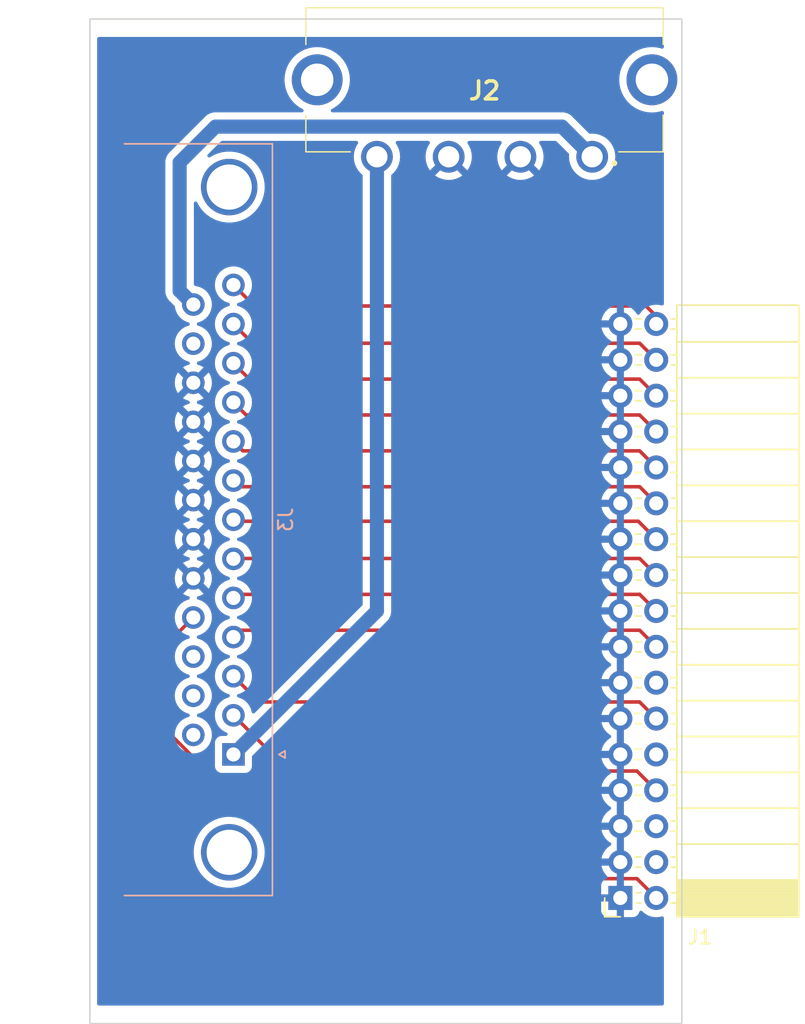
<source format=kicad_pcb>
(kicad_pcb (version 20211014) (generator pcbnew)
  (layers (0 "F.Cu" signal) (31 "B.Cu" signal) (34 "B.Paste" user) (35 "F.Paste" user) (36 "B.SilkS" user "B.Silkscreen") (37 "F.SilkS" user "F.Silkscreen") (38 "B.Mask" user) (39 "F.Mask" user) (44 "Edge.Cuts" user))
  (net 0 "")
  (net 1 "GND")
  (net 2 "/Density Select")
  (net 5 "/Index")
  (net 6 "/Motor 0")
  (net 7 "/Drive Select 1")
  (net 8 "/Drive Select 0")
  (net 9 "/Motor 1")
  (net 10 "/Direction")
  (net 11 "/Step")
  (net 12 "/Write Data")
  (net 13 "/Write Gate")
  (net 14 "/Track 0")
  (net 15 "/Write Protect")
  (net 16 "/Read Data")
  (net 17 "/Head Select")
  (net 18 "/Disk Change")
  (net 19 "+12V")
  (net 20 "+5V")
  (footprint "Connector_PinSocket_2.54mm:PinSocket_2x17_P2.54mm_Horizontal" (layer "F.Cu") (at 159.475 118.11 180)
    (fp_text reference "J1" (at -5.65 -2.77) (layer "F.SilkS"))
    (fp_text value "Floppy_Header")
    (fp_line (start -1.49 19.96) (end -1.05 19.96) (layer "F.SilkS") (width 0.12))
    (fp_line (start 1.11 -1.33) (end 1.11 0) (layer "F.SilkS") (width 0.12))
    (fp_line (start -12.63 -0.619525) (end -4 -0.619525) (layer "F.SilkS") (width 0.12))
    (fp_line (start -4 33.38) (end -3.59 33.38) (layer "F.SilkS") (width 0.12))
    (fp_line (start -12.63 0.797615) (end -4 0.797615) (layer "F.SilkS") (width 0.12))
    (fp_line (start -12.63 0.67952) (end -4 0.67952) (layer "F.SilkS") (width 0.12))
    (fp_line (start -4 35.92) (end -3.59 35.92) (layer "F.SilkS") (width 0.12))
    (fp_line (start -12.63 -1.091905) (end -4 -1.091905) (layer "F.SilkS") (width 0.12))
    (fp_line (start -4 20.68) (end -3.59 20.68) (layer "F.SilkS") (width 0.12))
    (fp_line (start -4 0.36) (end -3.59 0.36) (layer "F.SilkS") (width 0.12))
    (fp_line (start -12.63 19.05) (end -4 19.05) (layer "F.SilkS") (width 0.12))
    (fp_line (start -12.63 16.51) (end -4 16.51) (layer "F.SilkS") (width 0.12))
    (fp_line (start -12.63 -0.147145) (end -4 -0.147145) (layer "F.SilkS") (width 0.12))
    (fp_line (start -1.49 2.9) (end -1.05 2.9) (layer "F.SilkS") (width 0.12))
    (fp_line (start -4 30.84) (end -3.59 30.84) (layer "F.SilkS") (width 0.12))
    (fp_line (start -12.63 0.089045) (end -4 0.089045) (layer "F.SilkS") (width 0.12))
    (fp_line (start -1.49 20.68) (end -1.05 20.68) (layer "F.SilkS") (width 0.12))
    (fp_line (start -12.63 41.97) (end -4 41.97) (layer "F.SilkS") (width 0.12))
    (fp_line (start -4 40.28) (end -3.59 40.28) (layer "F.SilkS") (width 0.12))
    (fp_line (start -4 7.26) (end -3.59 7.26) (layer "F.SilkS") (width 0.12))
    (fp_line (start -4 41) (end -3.59 41) (layer "F.SilkS") (width 0.12))
    (fp_line (start -12.63 -0.97381) (end -4 -0.97381) (layer "F.SilkS") (width 0.12))
    (fp_line (start -12.63 8.89) (end -4 8.89) (layer "F.SilkS") (width 0.12))
    (fp_line (start -4 12.34) (end -3.59 12.34) (layer "F.SilkS") (width 0.12))
    (fp_line (start -4 17.42) (end -3.59 17.42) (layer "F.SilkS") (width 0.12))
    (fp_line (start -4 18.14) (end -3.59 18.14) (layer "F.SilkS") (width 0.12))
    (fp_line (start -1.49 9.8) (end -1.05 9.8) (layer "F.SilkS") (width 0.12))
    (fp_line (start -1.49 28.3) (end -1.05 28.3) (layer "F.SilkS") (width 0.12))
    (fp_line (start -4 28.3) (end -3.59 28.3) (layer "F.SilkS") (width 0.12))
    (fp_line (start -12.63 31.75) (end -4 31.75) (layer "F.SilkS") (width 0.12))
    (fp_line (start -12.63 11.43) (end -4 11.43) (layer "F.SilkS") (width 0.12))
    (fp_line (start -4 38.46) (end -3.59 38.46) (layer "F.SilkS") (width 0.12))
    (fp_line (start -1.49 30.12) (end -1.05 30.12) (layer "F.SilkS") (width 0.12))
    (fp_line (start -1.49 27.58) (end -1.05 27.58) (layer "F.SilkS") (width 0.12))
    (fp_line (start -12.63 -1.21) (end -4 -1.21) (layer "F.SilkS") (width 0.12))
    (fp_line (start -1.49 13.06) (end -1.05 13.06) (layer "F.SilkS") (width 0.12))
    (fp_line (start -12.63 24.13) (end -4 24.13) (layer "F.SilkS") (width 0.12))
    (fp_line (start -1.49 2.18) (end -1.05 2.18) (layer "F.SilkS") (width 0.12))
    (fp_line (start -1.49 41) (end -1.05 41) (layer "F.SilkS") (width 0.12))
    (fp_line (start -4 25.76) (end -3.59 25.76) (layer "F.SilkS") (width 0.12))
    (fp_line (start -12.63 3.81) (end -4 3.81) (layer "F.SilkS") (width 0.12))
    (fp_line (start -1.49 14.88) (end -1.05 14.88) (layer "F.SilkS") (width 0.12))
    (fp_line (start -12.63 -0.383335) (end -4 -0.383335) (layer "F.SilkS") (width 0.12))
    (fp_line (start -1.49 30.84) (end -1.05 30.84) (layer "F.SilkS") (width 0.12))
    (fp_line (start -4 7.98) (end -3.59 7.98) (layer "F.SilkS") (width 0.12))
    (fp_line (start -12.63 -0.50143) (end -4 -0.50143) (layer "F.SilkS") (width 0.12))
    (fp_line (start -1.49 -0.36) (end -1.11 -0.36) (layer "F.SilkS") (width 0.12))
    (fp_line (start -4 -1.33) (end -4 41.97) (layer "F.SilkS") (width 0.12))
    (fp_line (start -1.49 17.42) (end -1.05 17.42) (layer "F.SilkS") (width 0.12))
    (fp_line (start -4 15.6) (end -3.59 15.6) (layer "F.SilkS") (width 0.12))
    (fp_line (start -1.49 40.28) (end -1.05 40.28) (layer "F.SilkS") (width 0.12))
    (fp_line (start -4 25.04) (end -3.59 25.04) (layer "F.SilkS") (width 0.12))
    (fp_line (start -1.49 7.98) (end -1.05 7.98) (layer "F.SilkS") (width 0.12))
    (fp_line (start -4 5.44) (end -3.59 5.44) (layer "F.SilkS") (width 0.12))
    (fp_line (start -1.49 4.72) (end -1.05 4.72) (layer "F.SilkS") (width 0.12))
    (fp_line (start -1.49 38.46) (end -1.05 38.46) (layer "F.SilkS") (width 0.12))
    (fp_line (start -12.63 39.37) (end -4 39.37) (layer "F.SilkS") (width 0.12))
    (fp_line (start -1.49 23.22) (end -1.05 23.22) (layer "F.SilkS") (width 0.12))
    (fp_line (start -4 32.66) (end -3.59 32.66) (layer "F.SilkS") (width 0.12))
    (fp_line (start -12.63 0.44333) (end -4 0.44333) (layer "F.SilkS") (width 0.12))
    (fp_line (start -4 35.2) (end -3.59 35.2) (layer "F.SilkS") (width 0.12))
    (fp_line (start -1.49 10.52) (end -1.05 10.52) (layer "F.SilkS") (width 0.12))
    (fp_line (start -12.63 34.29) (end -4 34.29) (layer "F.SilkS") (width 0.12))
    (fp_line (start -4 13.06) (end -3.59 13.06) (layer "F.SilkS") (width 0.12))
    (fp_line (start -12.63 1.033805) (end -4 1.033805) (layer "F.SilkS") (width 0.12))
    (fp_line (start 0 -1.33) (end 1.11 -1.33) (layer "F.SilkS") (width 0.12))
    (fp_line (start -4 2.9) (end -3.59 2.9) (layer "F.SilkS") (width 0.12))
    (fp_line (start -4 30.12) (end -3.59 30.12) (layer "F.SilkS") (width 0.12))
    (fp_line (start -4 10.52) (end -3.59 10.52) (layer "F.SilkS") (width 0.12))
    (fp_line (start -4 2.18) (end -3.59 2.18) (layer "F.SilkS") (width 0.12))
    (fp_line (start -1.49 25.04) (end -1.05 25.04) (layer "F.SilkS") (width 0.12))
    (fp_line (start -4 37.74) (end -3.59 37.74) (layer "F.SilkS") (width 0.12))
    (fp_line (start -12.63 1.1519) (end -4 1.1519) (layer "F.SilkS") (width 0.12))
    (fp_line (start -12.63 1.27) (end -4 1.27) (layer "F.SilkS") (width 0.12))
    (fp_line (start -1.49 35.2) (end -1.05 35.2) (layer "F.SilkS") (width 0.12))
    (fp_line (start -1.49 12.34) (end -1.05 12.34) (layer "F.SilkS") (width 0.12))
    (fp_line (start -12.63 -0.855715) (end -4 -0.855715) (layer "F.SilkS") (width 0.12))
    (fp_line (start -4 22.5) (end -3.59 22.5) (layer "F.SilkS") (width 0.12))
    (fp_line (start -12.63 -0.02905) (end -4 -0.02905) (layer "F.SilkS") (width 0.12))
    (fp_line (start -4 4.72) (end -3.59 4.72) (layer "F.SilkS") (width 0.12))
    (fp_line (start -12.63 13.97) (end -4 13.97) (layer "F.SilkS") (width 0.12))
    (fp_line (start -1.49 37.74) (end -1.05 37.74) (layer "F.SilkS") (width 0.12))
    (fp_line (start -12.63 -1.33) (end -4 -1.33) (layer "F.SilkS") (width 0.12))
    (fp_line (start -1.49 0.36) (end -1.11 0.36) (layer "F.SilkS") (width 0.12))
    (fp_line (start -1.49 35.92) (end -1.05 35.92) (layer "F.SilkS") (width 0.12))
    (fp_line (start -1.49 33.38) (end -1.05 33.38) (layer "F.SilkS") (width 0.12))
    (fp_line (start -12.63 29.21) (end -4 29.21) (layer "F.SilkS") (width 0.12))
    (fp_line (start -1.49 7.26) (end -1.05 7.26) (layer "F.SilkS") (width 0.12))
    (fp_line (start -4 -0.36) (end -3.59 -0.36) (layer "F.SilkS") (width 0.12))
    (fp_line (start -12.63 -0.26524) (end -4 -0.26524) (layer "F.SilkS") (width 0.12))
    (fp_line (start -1.49 5.44) (end -1.05 5.44) (layer "F.SilkS") (width 0.12))
    (fp_line (start -12.63 0.325235) (end -4 0.325235) (layer "F.SilkS") (width 0.12))
    (fp_line (start -1.49 25.76) (end -1.05 25.76) (layer "F.SilkS") (width 0.12))
    (fp_line (start -12.63 26.67) (end -4 26.67) (layer "F.SilkS") (width 0.12))
    (fp_line (start -4 19.96) (end -3.59 19.96) (layer "F.SilkS") (width 0.12))
    (fp_line (start -4 9.8) (end -3.59 9.8) (layer "F.SilkS") (width 0.12))
    (fp_line (start -1.49 22.5) (end -1.05 22.5) (layer "F.SilkS") (width 0.12))
    (fp_line (start -12.63 0.91571) (end -4 0.91571) (layer "F.SilkS") (width 0.12))
    (fp_line (start -12.63 -1.33) (end -12.63 41.97) (layer "F.SilkS") (width 0.12))
    (fp_line (start -12.63 -0.73762) (end -4 -0.73762) (layer "F.SilkS") (width 0.12))
    (fp_line (start -12.63 21.59) (end -4 21.59) (layer "F.SilkS") (width 0.12))
    (fp_line (start -12.63 0.561425) (end -4 0.561425) (layer "F.SilkS") (width 0.12))
    (fp_line (start -12.63 6.35) (end -4 6.35) (layer "F.SilkS") (width 0.12))
    (fp_line (start -12.63 36.83) (end -4 36.83) (layer "F.SilkS") (width 0.12))
    (fp_line (start -1.49 32.66) (end -1.05 32.66) (layer "F.SilkS") (width 0.12))
    (fp_line (start -1.49 15.6) (end -1.05 15.6) (layer "F.SilkS") (width 0.12))
    (fp_line (start -4 27.58) (end -3.59 27.58) (layer "F.SilkS") (width 0.12))
    (fp_line (start -12.63 0.20714) (end -4 0.20714) (layer "F.SilkS") (width 0.12))
    (fp_line (start -4 23.22) (end -3.59 23.22) (layer "F.SilkS") (width 0.12))
    (fp_line (start -4 14.88) (end -3.59 14.88) (layer "F.SilkS") (width 0.12))
    (fp_line (start -1.49 18.14) (end -1.05 18.14) (layer "F.SilkS") (width 0.12))
    (pad "1" thru_hole rect (at 0 0 180) (size 1.7 1.7) (drill 1) (layers *.Cu *.Mask) (net 1 "GND"))
    (pad "2" thru_hole oval (at -2.54 0 180) (size 1.7 1.7) (drill 1) (layers *.Cu *.Mask) (net 2 "/Density Select"))
    (pad "3" thru_hole oval (at 0 2.54 180) (size 1.7 1.7) (drill 1) (layers *.Cu *.Mask) (net 1 "GND"))
    (pad "4" thru_hole oval (at -2.54 2.54 180) (size 1.7 1.7) (drill 1) (layers *.Cu *.Mask))
    (pad "5" thru_hole oval (at 0 5.08 180) (size 1.7 1.7) (drill 1) (layers *.Cu *.Mask) (net 1 "GND"))
    (pad "6" thru_hole oval (at -2.54 5.08 180) (size 1.7 1.7) (drill 1) (layers *.Cu *.Mask))
    (pad "7" thru_hole oval (at 0 7.62 180) (size 1.7 1.7) (drill 1) (layers *.Cu *.Mask) (net 1 "GND"))
    (pad "8" thru_hole oval (at -2.54 7.62 180) (size 1.7 1.7) (drill 1) (layers *.Cu *.Mask) (net 5 "/Index"))
    (pad "9" thru_hole oval (at 0 10.16 180) (size 1.7 1.7) (drill 1) (layers *.Cu *.Mask) (net 1 "GND"))
    (pad "10" thru_hole oval (at -2.54 10.16 180) (size 1.7 1.7) (drill 1) (layers *.Cu *.Mask) (net 6 "/Motor 0"))
    (pad "11" thru_hole oval (at 0 12.7 180) (size 1.7 1.7) (drill 1) (layers *.Cu *.Mask) (net 1 "GND"))
    (pad "12" thru_hole oval (at -2.54 12.7 180) (size 1.7 1.7) (drill 1) (layers *.Cu *.Mask) (net 7 "/Drive Select 1"))
    (pad "13" thru_hole oval (at 0 15.24 180) (size 1.7 1.7) (drill 1) (layers *.Cu *.Mask) (net 1 "GND"))
    (pad "14" thru_hole oval (at -2.54 15.24 180) (size 1.7 1.7) (drill 1) (layers *.Cu *.Mask) (net 8 "/Drive Select 0"))
    (pad "15" thru_hole oval (at 0 17.78 180) (size 1.7 1.7) (drill 1) (layers *.Cu *.Mask) (net 1 "GND"))
    (pad "16" thru_hole oval (at -2.54 17.78 180) (size 1.7 1.7) (drill 1) (layers *.Cu *.Mask) (net 9 "/Motor 1"))
    (pad "17" thru_hole oval (at 0 20.32 180) (size 1.7 1.7) (drill 1) (layers *.Cu *.Mask) (net 1 "GND"))
    (pad "18" thru_hole oval (at -2.54 20.32 180) (size 1.7 1.7) (drill 1) (layers *.Cu *.Mask) (net 10 "/Direction"))
    (pad "19" thru_hole oval (at 0 22.86 180) (size 1.7 1.7) (drill 1) (layers *.Cu *.Mask) (net 1 "GND"))
    (pad "20" thru_hole oval (at -2.54 22.86 180) (size 1.7 1.7) (drill 1) (layers *.Cu *.Mask) (net 11 "/Step"))
    (pad "21" thru_hole oval (at 0 25.4 180) (size 1.7 1.7) (drill 1) (layers *.Cu *.Mask) (net 1 "GND"))
    (pad "22" thru_hole oval (at -2.54 25.4 180) (size 1.7 1.7) (drill 1) (layers *.Cu *.Mask) (net 12 "/Write Data"))
    (pad "23" thru_hole oval (at 0 27.94 180) (size 1.7 1.7) (drill 1) (layers *.Cu *.Mask) (net 1 "GND"))
    (pad "24" thru_hole oval (at -2.54 27.94 180) (size 1.7 1.7) (drill 1) (layers *.Cu *.Mask) (net 13 "/Write Gate"))
    (pad "25" thru_hole oval (at 0 30.48 180) (size 1.7 1.7) (drill 1) (layers *.Cu *.Mask) (net 1 "GND"))
    (pad "26" thru_hole oval (at -2.54 30.48 180) (size 1.7 1.7) (drill 1) (layers *.Cu *.Mask) (net 14 "/Track 0"))
    (pad "27" thru_hole oval (at 0 33.02 180) (size 1.7 1.7) (drill 1) (layers *.Cu *.Mask) (net 1 "GND"))
    (pad "28" thru_hole oval (at -2.54 33.02 180) (size 1.7 1.7) (drill 1) (layers *.Cu *.Mask) (net 15 "/Write Protect"))
    (pad "29" thru_hole oval (at 0 35.56 180) (size 1.7 1.7) (drill 1) (layers *.Cu *.Mask) (net 1 "GND"))
    (pad "30" thru_hole oval (at -2.54 35.56 180) (size 1.7 1.7) (drill 1) (layers *.Cu *.Mask) (net 16 "/Read Data"))
    (pad "31" thru_hole oval (at 0 38.1 180) (size 1.7 1.7) (drill 1) (layers *.Cu *.Mask) (net 1 "GND"))
    (pad "32" thru_hole oval (at -2.54 38.1 180) (size 1.7 1.7) (drill 1) (layers *.Cu *.Mask) (net 17 "/Head Select"))
    (pad "33" thru_hole oval (at 0 40.64 180) (size 1.7 1.7) (drill 1) (layers *.Cu *.Mask) (net 1 "GND"))
    (pad "34" thru_hole oval (at -2.54 40.64 180) (size 1.7 1.7) (drill 1) (layers *.Cu *.Mask) (net 18 "/Disk Change"))
  )
  (footprint "TE-Conn:1745521" (layer "F.Cu") (at 157.48 65.635)
    (fp_text reference "J2" (at -7.62 -4.675) (layer "F.SilkS") (effects (font (size 1.27 1.27) (thickness 0.254))))
    (fp_text value "TE 174552-1" hide)
    (fp_line (start 1.88 -0.35) (end 5.03 -0.35) (layer "F.SilkS") (width 0.1))
    (fp_line (start 1.58 0.55) (end 1.58 0.55) (layer "F.SilkS") (width 0.2))
    (fp_line (start 5.03 -0.35) (end 5.03 -2.95) (layer "F.SilkS") (width 0.1))
    (fp_line (start -17.12 -0.35) (end -20.27 -0.35) (layer "F.SilkS") (width 0.1))
    (fp_line (start 5.03 -10.55) (end 5.03 -7.95) (layer "F.SilkS") (width 0.1))
    (fp_line (start -20.27 -0.35) (end -20.27 -2.95) (layer "F.SilkS") (width 0.1))
    (fp_line (start 1.58 0.35) (end 1.58 0.35) (layer "F.SilkS") (width 0.2))
    (fp_line (start -20.27 -7.95) (end -20.27 -10.55) (layer "F.SilkS") (width 0.1))
    (fp_line (start -20.27 -10.55) (end 5.03 -10.55) (layer "F.SilkS") (width 0.1))
    (fp_arc (start 1.58 0.35) (mid 1.68 0.45) (end 1.58 0.55) (layer "F.SilkS") (width 0.2))
    (fp_arc (start 1.58 0.55) (mid 1.48 0.45) (end 1.58 0.35) (layer "F.SilkS") (width 0.2))
    (pad "1" thru_hole circle locked (at 0 0) (size 2.25 2.25) (drill 1.5) (layers *.Cu *.Mask) (net 19 "+12V"))
    (pad "2" thru_hole circle locked (at -5.08 0) (size 2.25 2.25) (drill 1.5) (layers *.Cu *.Mask) (net 1 "GND"))
    (pad "3" thru_hole circle locked (at -10.16 0) (size 2.25 2.25) (drill 1.5) (layers *.Cu *.Mask) (net 1 "GND"))
    (pad "4" thru_hole circle locked (at -15.24 0) (size 2.25 2.25) (drill 1.5) (layers *.Cu *.Mask) (net 20 "+5V"))
    (pad "MH1" thru_hole circle locked (at -19.47 -5.45) (size 3.6 3.6) (drill 2.3) (layers *.Cu *.Mask))
    (pad "MH2" thru_hole circle locked (at 4.23 -5.45) (size 3.6 3.6) (drill 2.3) (layers *.Cu *.Mask))
  )
  (footprint "Connector_Dsub:DSUB-25_Male_Horizontal_P2.77x2.84mm_EdgePinOffset4.94mm_Housed_MountingHolesOffset7.48mm" (layer "B.Cu") (at 132.08 107.95 90)
    (fp_text reference "J3" (at 16.62 3.7 90) (layer "B.SilkS") (effects (justify mirror)))
    (fp_text value "Floppy_DB25")
    (fp_line (start -9.99 -7.72) (end -9.99 2.76) (layer "B.SilkS") (width 0.12))
    (fp_line (start 0.25 3.654338) (end 0 3.221325) (layer "B.SilkS") (width 0.12))
    (fp_line (start -9.99 2.76) (end 43.23 2.76) (layer "B.SilkS") (width 0.12))
    (fp_line (start -0.25 3.654338) (end 0.25 3.654338) (layer "B.SilkS") (width 0.12))
    (fp_line (start 0 3.221325) (end -0.25 3.654338) (layer "B.SilkS") (width 0.12))
    (fp_line (start 43.23 2.76) (end 43.23 -7.72) (layer "B.SilkS") (width 0.12))
    (pad "0" thru_hole circle (at 40.17 -0.3 90) (size 4 4) (drill 3.2) (layers *.Cu *.Mask))
    (pad "0" thru_hole circle (at -6.93 -0.3 90) (size 4 4) (drill 3.2) (layers *.Cu *.Mask))
    (pad "1" thru_hole rect (at 0 0 90) (size 1.6 1.6) (drill 1) (layers *.Cu *.Mask) (net 20 "+5V"))
    (pad "2" thru_hole circle (at 2.77 0 90) (size 1.6 1.6) (drill 1) (layers *.Cu *.Mask) (net 5 "/Index"))
    (pad "3" thru_hole circle (at 5.54 0 90) (size 1.6 1.6) (drill 1) (layers *.Cu *.Mask) (net 7 "/Drive Select 1"))
    (pad "4" thru_hole circle (at 8.31 0 90) (size 1.6 1.6) (drill 1) (layers *.Cu *.Mask) (net 9 "/Motor 1"))
    (pad "5" thru_hole circle (at 11.08 0 90) (size 1.6 1.6) (drill 1) (layers *.Cu *.Mask) (net 10 "/Direction"))
    (pad "6" thru_hole circle (at 13.85 0 90) (size 1.6 1.6) (drill 1) (layers *.Cu *.Mask) (net 11 "/Step"))
    (pad "7" thru_hole circle (at 16.62 0 90) (size 1.6 1.6) (drill 1) (layers *.Cu *.Mask) (net 12 "/Write Data"))
    (pad "8" thru_hole circle (at 19.39 0 90) (size 1.6 1.6) (drill 1) (layers *.Cu *.Mask) (net 13 "/Write Gate"))
    (pad "9" thru_hole circle (at 22.16 0 90) (size 1.6 1.6) (drill 1) (layers *.Cu *.Mask) (net 14 "/Track 0"))
    (pad "10" thru_hole circle (at 24.93 0 90) (size 1.6 1.6) (drill 1) (layers *.Cu *.Mask) (net 15 "/Write Protect"))
    (pad "11" thru_hole circle (at 27.7 0 90) (size 1.6 1.6) (drill 1) (layers *.Cu *.Mask) (net 16 "/Read Data"))
    (pad "12" thru_hole circle (at 30.47 0 90) (size 1.6 1.6) (drill 1) (layers *.Cu *.Mask) (net 17 "/Head Select"))
    (pad "13" thru_hole circle (at 33.24 0 90) (size 1.6 1.6) (drill 1) (layers *.Cu *.Mask) (net 18 "/Disk Change"))
    (pad "14" thru_hole circle (at 1.385 -2.84 90) (size 1.6 1.6) (drill 1) (layers *.Cu *.Mask))
    (pad "15" thru_hole circle (at 4.155 -2.84 90) (size 1.6 1.6) (drill 1) (layers *.Cu *.Mask))
    (pad "16" thru_hole circle (at 6.925 -2.84 90) (size 1.6 1.6) (drill 1) (layers *.Cu *.Mask))
    (pad "17" thru_hole circle (at 9.695 -2.84 90) (size 1.6 1.6) (drill 1) (layers *.Cu *.Mask) (net 2 "/Density Select"))
    (pad "18" thru_hole circle (at 12.465 -2.84 90) (size 1.6 1.6) (drill 1) (layers *.Cu *.Mask) (net 1 "GND"))
    (pad "19" thru_hole circle (at 15.235 -2.84 90) (size 1.6 1.6) (drill 1) (layers *.Cu *.Mask) (net 1 "GND"))
    (pad "20" thru_hole circle (at 18.005 -2.84 90) (size 1.6 1.6) (drill 1) (layers *.Cu *.Mask) (net 1 "GND"))
    (pad "21" thru_hole circle (at 20.775 -2.84 90) (size 1.6 1.6) (drill 1) (layers *.Cu *.Mask) (net 1 "GND"))
    (pad "22" thru_hole circle (at 23.545 -2.84 90) (size 1.6 1.6) (drill 1) (layers *.Cu *.Mask) (net 1 "GND"))
    (pad "23" thru_hole circle (at 26.315 -2.84 90) (size 1.6 1.6) (drill 1) (layers *.Cu *.Mask) (net 1 "GND"))
    (pad "24" thru_hole circle (at 29.085 -2.84 90) (size 1.6 1.6) (drill 1) (layers *.Cu *.Mask))
    (pad "25" thru_hole circle (at 31.855 -2.84 90) (size 1.6 1.6) (drill 1) (layers *.Cu *.Mask) (net 19 "+12V"))
  )
  (gr_rect (start 163.83 55.88) (end 121.92 127) (layer "Edge.Cuts") (width 0.1) (fill none))
  (segment (start 162.015 118.11) (end 160.649511 116.744511) (width 0.25) (layer "F.Cu") (net 2))
  (segment (start 160.649511 116.744511) (end 137.829211 116.744511) (width 0.25) (layer "F.Cu") (net 2))
  (segment (start 127 105.9153) (end 127 100.495) (width 0.25) (layer "F.Cu") (net 2))
  (segment (start 127 100.495) (end 129.24 98.255) (width 0.25) (layer "F.Cu") (net 2))
  (segment (start 137.829211 116.744511) (end 127 105.9153) (width 0.25) (layer "F.Cu") (net 2))
  (segment (start 162.015 110.49) (end 160.649511 109.124511) (width 0.25) (layer "F.Cu") (net 5))
  (segment (start 136.024511 109.124511) (end 132.08 105.18) (width 0.25) (layer "F.Cu") (net 5))
  (segment (start 160.649511 109.124511) (end 136.024511 109.124511) (width 0.25) (layer "F.Cu") (net 5))
  (segment (start 133.905489 104.235489) (end 132.08 102.41) (width 0.25) (layer "F.Cu") (net 7))
  (segment (start 160.840489 104.235489) (end 133.905489 104.235489) (width 0.25) (layer "F.Cu") (net 7))
  (segment (start 162.015 105.41) (end 160.840489 104.235489) (width 0.25) (layer "F.Cu") (net 7))
  (segment (start 160.840489 99.155489) (end 132.564511 99.155489) (width 0.25) (layer "F.Cu") (net 9))
  (segment (start 162.015 100.33) (end 160.840489 99.155489) (width 0.25) (layer "F.Cu") (net 9))
  (segment (start 132.564511 99.155489) (end 132.08 99.64) (width 0.25) (layer "F.Cu") (net 9))
  (segment (start 162.015 97.79) (end 160.840489 96.615489) (width 0.25) (layer "F.Cu") (net 10))
  (segment (start 132.334511 96.615489) (end 132.08 96.87) (width 0.25) (layer "F.Cu") (net 10))
  (segment (start 160.840489 96.615489) (end 132.334511 96.615489) (width 0.25) (layer "F.Cu") (net 10))
  (segment (start 132.104511 94.075489) (end 132.08 94.1) (width 0.25) (layer "F.Cu") (net 11))
  (segment (start 160.840489 94.075489) (end 132.104511 94.075489) (width 0.25) (layer "F.Cu") (net 11))
  (segment (start 162.015 95.25) (end 160.840489 94.075489) (width 0.25) (layer "F.Cu") (net 11))
  (segment (start 160.745 91.44) (end 132.19 91.44) (width 0.25) (layer "F.Cu") (net 12))
  (segment (start 162.015 92.71) (end 160.745 91.44) (width 0.25) (layer "F.Cu") (net 12))
  (segment (start 132.19 91.44) (end 132.08 91.33) (width 0.25) (layer "F.Cu") (net 12))
  (segment (start 160.840489 88.995489) (end 132.515489 88.995489) (width 0.25) (layer "F.Cu") (net 13))
  (segment (start 162.015 90.17) (end 160.840489 88.995489) (width 0.25) (layer "F.Cu") (net 13))
  (segment (start 132.515489 88.995489) (end 132.08 88.56) (width 0.25) (layer "F.Cu") (net 13))
  (segment (start 160.840489 86.455489) (end 132.745489 86.455489) (width 0.25) (layer "F.Cu") (net 14))
  (segment (start 162.015 87.63) (end 160.840489 86.455489) (width 0.25) (layer "F.Cu") (net 14))
  (segment (start 132.745489 86.455489) (end 132.08 85.79) (width 0.25) (layer "F.Cu") (net 14))
  (segment (start 132.975489 83.915489) (end 132.08 83.02) (width 0.25) (layer "F.Cu") (net 15))
  (segment (start 162.015 85.09) (end 160.840489 83.915489) (width 0.25) (layer "F.Cu") (net 15))
  (segment (start 160.840489 83.915489) (end 132.975489 83.915489) (width 0.25) (layer "F.Cu") (net 15))
  (segment (start 133.205489 81.375489) (end 132.08 80.25) (width 0.25) (layer "F.Cu") (net 16))
  (segment (start 160.840489 81.375489) (end 133.205489 81.375489) (width 0.25) (layer "F.Cu") (net 16))
  (segment (start 162.015 82.55) (end 160.840489 81.375489) (width 0.25) (layer "F.Cu") (net 16))
  (segment (start 160.840489 78.835489) (end 133.435489 78.835489) (width 0.25) (layer "F.Cu") (net 17))
  (segment (start 162.015 80.01) (end 160.840489 78.835489) (width 0.25) (layer "F.Cu") (net 17))
  (segment (start 133.435489 78.835489) (end 132.08 77.48) (width 0.25) (layer "F.Cu") (net 17))
  (segment (start 133.57 76.2) (end 161.29 76.2) (width 0.25) (layer "F.Cu") (net 18))
  (segment (start 161.29 76.2) (end 162.015 76.925) (width 0.25) (layer "F.Cu") (net 18))
  (segment (start 162.015 76.925) (end 162.015 77.47) (width 0.25) (layer "F.Cu") (net 18))
  (segment (start 132.08 74.71) (end 133.57 76.2) (width 0.25) (layer "F.Cu") (net 18))
  (segment (start 128.27 66.04) (end 130.81 63.5) (width 1) (layer "B.Cu") (net 19))
  (segment (start 130.81 63.5) (end 155.345 63.5) (width 1) (layer "B.Cu") (net 19))
  (segment (start 129.24 76.095) (end 128.27 75.125) (width 1) (layer "B.Cu") (net 19))
  (segment (start 155.345 63.5) (end 157.48 65.635) (width 1) (layer "B.Cu") (net 19))
  (segment (start 128.27 75.125) (end 128.27 66.04) (width 1) (layer "B.Cu") (net 19))
  (segment (start 142.24 97.79) (end 142.24 65.635) (width 1) (layer "B.Cu") (net 20))
  (segment (start 132.08 107.95) (end 142.24 97.79) (width 1) (layer "B.Cu") (net 20))
  (zone (net 1) (net_name "GND") (layer "B.Cu") (connect_pads (clearance 0.508)) (min_thickness 0.254) (fill yes (thermal_gap 0.508) (thermal_bridge_width 0.508))
    (polygon (pts (xy 162.56 125.73) (xy 118.11 125.73) (xy 118.11 57.15) (xy 162.56 57.15)))
  )
)
</source>
